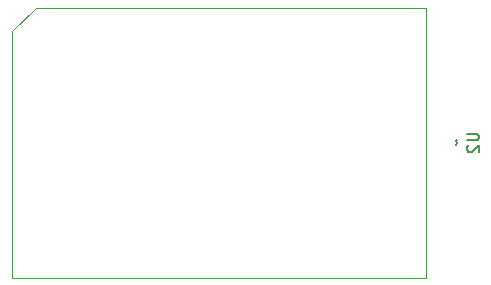
<source format=gbr>
%TF.GenerationSoftware,KiCad,Pcbnew,8.0.4*%
%TF.CreationDate,2024-12-04T08:53:50-07:00*%
%TF.ProjectId,particle-somduino,70617274-6963-46c6-952d-736f6d647569,rev?*%
%TF.SameCoordinates,Original*%
%TF.FileFunction,AssemblyDrawing,Bot*%
%FSLAX46Y46*%
G04 Gerber Fmt 4.6, Leading zero omitted, Abs format (unit mm)*
G04 Created by KiCad (PCBNEW 8.0.4) date 2024-12-04 08:53:50*
%MOMM*%
%LPD*%
G01*
G04 APERTURE LIST*
%ADD10C,0.150000*%
%ADD11C,0.100000*%
G04 APERTURE END LIST*
D10*
X158886656Y-73288095D02*
X158839037Y-73335714D01*
X158839037Y-73335714D02*
X158791418Y-73430952D01*
X158791418Y-73430952D02*
X158886656Y-73621428D01*
X158886656Y-73621428D02*
X158839037Y-73716666D01*
X158839037Y-73716666D02*
X158791418Y-73764285D01*
X159767609Y-72788095D02*
X160577132Y-72788095D01*
X160577132Y-72788095D02*
X160672370Y-72835714D01*
X160672370Y-72835714D02*
X160719990Y-72883333D01*
X160719990Y-72883333D02*
X160767609Y-72978571D01*
X160767609Y-72978571D02*
X160767609Y-73169047D01*
X160767609Y-73169047D02*
X160719990Y-73264285D01*
X160719990Y-73264285D02*
X160672370Y-73311904D01*
X160672370Y-73311904D02*
X160577132Y-73359523D01*
X160577132Y-73359523D02*
X159767609Y-73359523D01*
X159862847Y-73788095D02*
X159815228Y-73835714D01*
X159815228Y-73835714D02*
X159767609Y-73930952D01*
X159767609Y-73930952D02*
X159767609Y-74169047D01*
X159767609Y-74169047D02*
X159815228Y-74264285D01*
X159815228Y-74264285D02*
X159862847Y-74311904D01*
X159862847Y-74311904D02*
X159958085Y-74359523D01*
X159958085Y-74359523D02*
X160053323Y-74359523D01*
X160053323Y-74359523D02*
X160196180Y-74311904D01*
X160196180Y-74311904D02*
X160767609Y-73740476D01*
X160767609Y-73740476D02*
X160767609Y-74359523D01*
D11*
%TO.C,U2*%
X121252790Y-64120000D02*
X121252790Y-84980000D01*
X121252790Y-64120000D02*
X123252790Y-62120000D01*
X121252790Y-84980000D02*
X156252790Y-84980000D01*
X123252790Y-62120000D02*
X156252790Y-62120000D01*
X156252790Y-62120000D02*
X156252790Y-84980000D01*
%TD*%
M02*

</source>
